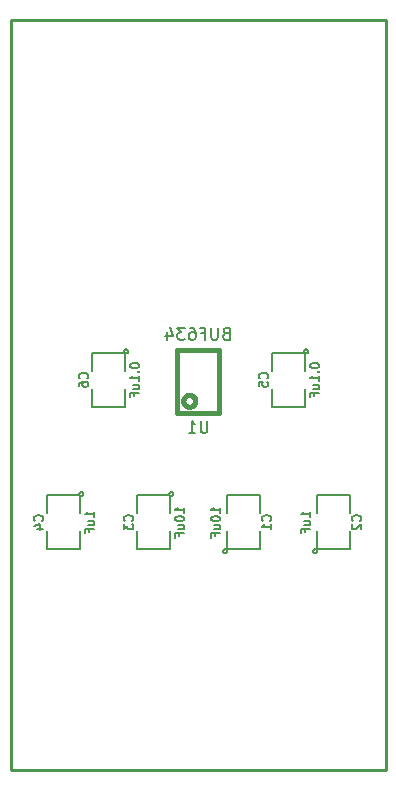
<source format=gbo>
G04 (created by PCBNEW-RS274X (2010-03-14)-final) date Fri 10 Jun 2011 04:11:06 PM PDT*
G01*
G70*
G90*
%MOIN*%
G04 Gerber Fmt 3.4, Leading zero omitted, Abs format*
%FSLAX34Y34*%
G04 APERTURE LIST*
%ADD10C,0.006000*%
%ADD11C,0.009000*%
%ADD12C,0.015000*%
%ADD13C,0.005000*%
%ADD14C,0.006700*%
G04 APERTURE END LIST*
G54D10*
G54D11*
X52250Y-29000D02*
X52250Y-54000D01*
X64750Y-29000D02*
X52250Y-29000D01*
X64750Y-54000D02*
X64750Y-29000D01*
X52250Y-54000D02*
X64750Y-54000D01*
G54D12*
X58400Y-41700D02*
X58396Y-41738D01*
X58384Y-41776D01*
X58366Y-41810D01*
X58341Y-41840D01*
X58311Y-41865D01*
X58277Y-41884D01*
X58240Y-41895D01*
X58201Y-41899D01*
X58163Y-41896D01*
X58126Y-41885D01*
X58091Y-41867D01*
X58061Y-41842D01*
X58035Y-41812D01*
X58017Y-41778D01*
X58005Y-41741D01*
X58001Y-41702D01*
X58004Y-41664D01*
X58015Y-41627D01*
X58032Y-41592D01*
X58057Y-41562D01*
X58086Y-41536D01*
X58120Y-41517D01*
X58158Y-41505D01*
X58196Y-41501D01*
X58234Y-41504D01*
X58272Y-41514D01*
X58307Y-41532D01*
X58337Y-41556D01*
X58363Y-41585D01*
X58382Y-41619D01*
X58395Y-41656D01*
X58399Y-41695D01*
X58400Y-41700D01*
X57800Y-42100D02*
X57800Y-40000D01*
X57800Y-40000D02*
X59200Y-40000D01*
X59200Y-40000D02*
X59200Y-42100D01*
X59200Y-42100D02*
X57800Y-42100D01*
G54D13*
X56170Y-40050D02*
X56168Y-40063D01*
X56164Y-40076D01*
X56158Y-40088D01*
X56149Y-40099D01*
X56139Y-40108D01*
X56127Y-40114D01*
X56114Y-40118D01*
X56100Y-40119D01*
X56087Y-40118D01*
X56074Y-40114D01*
X56062Y-40108D01*
X56052Y-40100D01*
X56043Y-40089D01*
X56036Y-40077D01*
X56032Y-40064D01*
X56031Y-40050D01*
X56032Y-40038D01*
X56035Y-40025D01*
X56042Y-40013D01*
X56050Y-40002D01*
X56061Y-39993D01*
X56072Y-39986D01*
X56085Y-39982D01*
X56099Y-39981D01*
X56112Y-39982D01*
X56125Y-39985D01*
X56137Y-39991D01*
X56148Y-40000D01*
X56157Y-40010D01*
X56163Y-40022D01*
X56168Y-40035D01*
X56169Y-40049D01*
X56170Y-40050D01*
X54950Y-40700D02*
X54950Y-40100D01*
X54950Y-40100D02*
X56050Y-40100D01*
X56050Y-40100D02*
X56050Y-40700D01*
X56050Y-41300D02*
X56050Y-41900D01*
X56050Y-41900D02*
X54950Y-41900D01*
X54950Y-41900D02*
X54950Y-41300D01*
X62170Y-40050D02*
X62168Y-40063D01*
X62164Y-40076D01*
X62158Y-40088D01*
X62149Y-40099D01*
X62139Y-40108D01*
X62127Y-40114D01*
X62114Y-40118D01*
X62100Y-40119D01*
X62087Y-40118D01*
X62074Y-40114D01*
X62062Y-40108D01*
X62052Y-40100D01*
X62043Y-40089D01*
X62036Y-40077D01*
X62032Y-40064D01*
X62031Y-40050D01*
X62032Y-40038D01*
X62035Y-40025D01*
X62042Y-40013D01*
X62050Y-40002D01*
X62061Y-39993D01*
X62072Y-39986D01*
X62085Y-39982D01*
X62099Y-39981D01*
X62112Y-39982D01*
X62125Y-39985D01*
X62137Y-39991D01*
X62148Y-40000D01*
X62157Y-40010D01*
X62163Y-40022D01*
X62168Y-40035D01*
X62169Y-40049D01*
X62170Y-40050D01*
X60950Y-40700D02*
X60950Y-40100D01*
X60950Y-40100D02*
X62050Y-40100D01*
X62050Y-40100D02*
X62050Y-40700D01*
X62050Y-41300D02*
X62050Y-41900D01*
X62050Y-41900D02*
X60950Y-41900D01*
X60950Y-41900D02*
X60950Y-41300D01*
X59470Y-46700D02*
X59468Y-46713D01*
X59464Y-46726D01*
X59458Y-46738D01*
X59449Y-46749D01*
X59439Y-46758D01*
X59427Y-46764D01*
X59414Y-46768D01*
X59400Y-46769D01*
X59387Y-46768D01*
X59374Y-46764D01*
X59362Y-46758D01*
X59352Y-46750D01*
X59343Y-46739D01*
X59336Y-46727D01*
X59332Y-46714D01*
X59331Y-46700D01*
X59332Y-46688D01*
X59335Y-46675D01*
X59342Y-46663D01*
X59350Y-46652D01*
X59361Y-46643D01*
X59372Y-46636D01*
X59385Y-46632D01*
X59399Y-46631D01*
X59412Y-46632D01*
X59425Y-46635D01*
X59437Y-46641D01*
X59448Y-46650D01*
X59457Y-46660D01*
X59463Y-46672D01*
X59468Y-46685D01*
X59469Y-46699D01*
X59470Y-46700D01*
X60550Y-46050D02*
X60550Y-46650D01*
X60550Y-46650D02*
X59450Y-46650D01*
X59450Y-46650D02*
X59450Y-46050D01*
X59450Y-45450D02*
X59450Y-44850D01*
X59450Y-44850D02*
X60550Y-44850D01*
X60550Y-44850D02*
X60550Y-45450D01*
X62470Y-46700D02*
X62468Y-46713D01*
X62464Y-46726D01*
X62458Y-46738D01*
X62449Y-46749D01*
X62439Y-46758D01*
X62427Y-46764D01*
X62414Y-46768D01*
X62400Y-46769D01*
X62387Y-46768D01*
X62374Y-46764D01*
X62362Y-46758D01*
X62352Y-46750D01*
X62343Y-46739D01*
X62336Y-46727D01*
X62332Y-46714D01*
X62331Y-46700D01*
X62332Y-46688D01*
X62335Y-46675D01*
X62342Y-46663D01*
X62350Y-46652D01*
X62361Y-46643D01*
X62372Y-46636D01*
X62385Y-46632D01*
X62399Y-46631D01*
X62412Y-46632D01*
X62425Y-46635D01*
X62437Y-46641D01*
X62448Y-46650D01*
X62457Y-46660D01*
X62463Y-46672D01*
X62468Y-46685D01*
X62469Y-46699D01*
X62470Y-46700D01*
X63550Y-46050D02*
X63550Y-46650D01*
X63550Y-46650D02*
X62450Y-46650D01*
X62450Y-46650D02*
X62450Y-46050D01*
X62450Y-45450D02*
X62450Y-44850D01*
X62450Y-44850D02*
X63550Y-44850D01*
X63550Y-44850D02*
X63550Y-45450D01*
X57670Y-44800D02*
X57668Y-44813D01*
X57664Y-44826D01*
X57658Y-44838D01*
X57649Y-44849D01*
X57639Y-44858D01*
X57627Y-44864D01*
X57614Y-44868D01*
X57600Y-44869D01*
X57587Y-44868D01*
X57574Y-44864D01*
X57562Y-44858D01*
X57552Y-44850D01*
X57543Y-44839D01*
X57536Y-44827D01*
X57532Y-44814D01*
X57531Y-44800D01*
X57532Y-44788D01*
X57535Y-44775D01*
X57542Y-44763D01*
X57550Y-44752D01*
X57561Y-44743D01*
X57572Y-44736D01*
X57585Y-44732D01*
X57599Y-44731D01*
X57612Y-44732D01*
X57625Y-44735D01*
X57637Y-44741D01*
X57648Y-44750D01*
X57657Y-44760D01*
X57663Y-44772D01*
X57668Y-44785D01*
X57669Y-44799D01*
X57670Y-44800D01*
X56450Y-45450D02*
X56450Y-44850D01*
X56450Y-44850D02*
X57550Y-44850D01*
X57550Y-44850D02*
X57550Y-45450D01*
X57550Y-46050D02*
X57550Y-46650D01*
X57550Y-46650D02*
X56450Y-46650D01*
X56450Y-46650D02*
X56450Y-46050D01*
X54670Y-44800D02*
X54668Y-44813D01*
X54664Y-44826D01*
X54658Y-44838D01*
X54649Y-44849D01*
X54639Y-44858D01*
X54627Y-44864D01*
X54614Y-44868D01*
X54600Y-44869D01*
X54587Y-44868D01*
X54574Y-44864D01*
X54562Y-44858D01*
X54552Y-44850D01*
X54543Y-44839D01*
X54536Y-44827D01*
X54532Y-44814D01*
X54531Y-44800D01*
X54532Y-44788D01*
X54535Y-44775D01*
X54542Y-44763D01*
X54550Y-44752D01*
X54561Y-44743D01*
X54572Y-44736D01*
X54585Y-44732D01*
X54599Y-44731D01*
X54612Y-44732D01*
X54625Y-44735D01*
X54637Y-44741D01*
X54648Y-44750D01*
X54657Y-44760D01*
X54663Y-44772D01*
X54668Y-44785D01*
X54669Y-44799D01*
X54670Y-44800D01*
X53450Y-45450D02*
X53450Y-44850D01*
X53450Y-44850D02*
X54550Y-44850D01*
X54550Y-44850D02*
X54550Y-45450D01*
X54550Y-46050D02*
X54550Y-46650D01*
X54550Y-46650D02*
X53450Y-46650D01*
X53450Y-46650D02*
X53450Y-46050D01*
G54D14*
X58805Y-42362D02*
X58805Y-42686D01*
X58786Y-42724D01*
X58767Y-42743D01*
X58729Y-42762D01*
X58652Y-42762D01*
X58614Y-42743D01*
X58595Y-42724D01*
X58576Y-42686D01*
X58576Y-42362D01*
X58176Y-42762D02*
X58405Y-42762D01*
X58291Y-42762D02*
X58291Y-42362D01*
X58329Y-42419D01*
X58367Y-42457D01*
X58405Y-42476D01*
X59423Y-39452D02*
X59366Y-39471D01*
X59347Y-39490D01*
X59328Y-39529D01*
X59328Y-39586D01*
X59347Y-39624D01*
X59366Y-39643D01*
X59404Y-39662D01*
X59557Y-39662D01*
X59557Y-39262D01*
X59423Y-39262D01*
X59385Y-39281D01*
X59366Y-39300D01*
X59347Y-39338D01*
X59347Y-39376D01*
X59366Y-39414D01*
X59385Y-39433D01*
X59423Y-39452D01*
X59557Y-39452D01*
X59157Y-39262D02*
X59157Y-39586D01*
X59138Y-39624D01*
X59119Y-39643D01*
X59081Y-39662D01*
X59004Y-39662D01*
X58966Y-39643D01*
X58947Y-39624D01*
X58928Y-39586D01*
X58928Y-39262D01*
X58604Y-39452D02*
X58738Y-39452D01*
X58738Y-39662D02*
X58738Y-39262D01*
X58547Y-39262D01*
X58223Y-39262D02*
X58300Y-39262D01*
X58338Y-39281D01*
X58357Y-39300D01*
X58395Y-39357D01*
X58414Y-39433D01*
X58414Y-39586D01*
X58395Y-39624D01*
X58376Y-39643D01*
X58338Y-39662D01*
X58261Y-39662D01*
X58223Y-39643D01*
X58204Y-39624D01*
X58185Y-39586D01*
X58185Y-39490D01*
X58204Y-39452D01*
X58223Y-39433D01*
X58261Y-39414D01*
X58338Y-39414D01*
X58376Y-39433D01*
X58395Y-39452D01*
X58414Y-39490D01*
X58052Y-39262D02*
X57804Y-39262D01*
X57938Y-39414D01*
X57880Y-39414D01*
X57842Y-39433D01*
X57823Y-39452D01*
X57804Y-39490D01*
X57804Y-39586D01*
X57823Y-39624D01*
X57842Y-39643D01*
X57880Y-39662D01*
X57995Y-39662D01*
X58033Y-39643D01*
X58052Y-39624D01*
X57461Y-39395D02*
X57461Y-39662D01*
X57557Y-39243D02*
X57652Y-39529D01*
X57404Y-39529D01*
G54D13*
X54793Y-40950D02*
X54807Y-40936D01*
X54821Y-40893D01*
X54821Y-40864D01*
X54807Y-40821D01*
X54779Y-40793D01*
X54750Y-40778D01*
X54693Y-40764D01*
X54650Y-40764D01*
X54593Y-40778D01*
X54564Y-40793D01*
X54536Y-40821D01*
X54521Y-40864D01*
X54521Y-40893D01*
X54536Y-40936D01*
X54550Y-40950D01*
X54521Y-41207D02*
X54521Y-41150D01*
X54536Y-41121D01*
X54550Y-41107D01*
X54593Y-41078D01*
X54650Y-41064D01*
X54764Y-41064D01*
X54793Y-41078D01*
X54807Y-41093D01*
X54821Y-41121D01*
X54821Y-41178D01*
X54807Y-41207D01*
X54793Y-41221D01*
X54764Y-41236D01*
X54693Y-41236D01*
X54664Y-41221D01*
X54650Y-41207D01*
X54636Y-41178D01*
X54636Y-41121D01*
X54650Y-41093D01*
X54664Y-41078D01*
X54693Y-41064D01*
X56221Y-40508D02*
X56221Y-40536D01*
X56236Y-40565D01*
X56250Y-40579D01*
X56279Y-40593D01*
X56336Y-40608D01*
X56407Y-40608D01*
X56464Y-40593D01*
X56493Y-40579D01*
X56507Y-40565D01*
X56521Y-40536D01*
X56521Y-40508D01*
X56507Y-40479D01*
X56493Y-40465D01*
X56464Y-40450D01*
X56407Y-40436D01*
X56336Y-40436D01*
X56279Y-40450D01*
X56250Y-40465D01*
X56236Y-40479D01*
X56221Y-40508D01*
X56493Y-40736D02*
X56507Y-40751D01*
X56521Y-40736D01*
X56507Y-40722D01*
X56493Y-40736D01*
X56521Y-40736D01*
X56521Y-41037D02*
X56521Y-40865D01*
X56521Y-40951D02*
X56221Y-40951D01*
X56264Y-40922D01*
X56293Y-40894D01*
X56307Y-40865D01*
X56321Y-41294D02*
X56521Y-41294D01*
X56321Y-41165D02*
X56479Y-41165D01*
X56507Y-41180D01*
X56521Y-41208D01*
X56521Y-41251D01*
X56507Y-41280D01*
X56493Y-41294D01*
X56364Y-41536D02*
X56364Y-41436D01*
X56521Y-41436D02*
X56221Y-41436D01*
X56221Y-41579D01*
X60793Y-40950D02*
X60807Y-40936D01*
X60821Y-40893D01*
X60821Y-40864D01*
X60807Y-40821D01*
X60779Y-40793D01*
X60750Y-40778D01*
X60693Y-40764D01*
X60650Y-40764D01*
X60593Y-40778D01*
X60564Y-40793D01*
X60536Y-40821D01*
X60521Y-40864D01*
X60521Y-40893D01*
X60536Y-40936D01*
X60550Y-40950D01*
X60521Y-41221D02*
X60521Y-41078D01*
X60664Y-41064D01*
X60650Y-41078D01*
X60636Y-41107D01*
X60636Y-41178D01*
X60650Y-41207D01*
X60664Y-41221D01*
X60693Y-41236D01*
X60764Y-41236D01*
X60793Y-41221D01*
X60807Y-41207D01*
X60821Y-41178D01*
X60821Y-41107D01*
X60807Y-41078D01*
X60793Y-41064D01*
X62221Y-40508D02*
X62221Y-40536D01*
X62236Y-40565D01*
X62250Y-40579D01*
X62279Y-40593D01*
X62336Y-40608D01*
X62407Y-40608D01*
X62464Y-40593D01*
X62493Y-40579D01*
X62507Y-40565D01*
X62521Y-40536D01*
X62521Y-40508D01*
X62507Y-40479D01*
X62493Y-40465D01*
X62464Y-40450D01*
X62407Y-40436D01*
X62336Y-40436D01*
X62279Y-40450D01*
X62250Y-40465D01*
X62236Y-40479D01*
X62221Y-40508D01*
X62493Y-40736D02*
X62507Y-40751D01*
X62521Y-40736D01*
X62507Y-40722D01*
X62493Y-40736D01*
X62521Y-40736D01*
X62521Y-41037D02*
X62521Y-40865D01*
X62521Y-40951D02*
X62221Y-40951D01*
X62264Y-40922D01*
X62293Y-40894D01*
X62307Y-40865D01*
X62321Y-41294D02*
X62521Y-41294D01*
X62321Y-41165D02*
X62479Y-41165D01*
X62507Y-41180D01*
X62521Y-41208D01*
X62521Y-41251D01*
X62507Y-41280D01*
X62493Y-41294D01*
X62364Y-41536D02*
X62364Y-41436D01*
X62521Y-41436D02*
X62221Y-41436D01*
X62221Y-41579D01*
X60893Y-45700D02*
X60907Y-45686D01*
X60921Y-45643D01*
X60921Y-45614D01*
X60907Y-45571D01*
X60879Y-45543D01*
X60850Y-45528D01*
X60793Y-45514D01*
X60750Y-45514D01*
X60693Y-45528D01*
X60664Y-45543D01*
X60636Y-45571D01*
X60621Y-45614D01*
X60621Y-45643D01*
X60636Y-45686D01*
X60650Y-45700D01*
X60921Y-45986D02*
X60921Y-45814D01*
X60921Y-45900D02*
X60621Y-45900D01*
X60664Y-45871D01*
X60693Y-45843D01*
X60707Y-45814D01*
X59221Y-45429D02*
X59221Y-45257D01*
X59221Y-45343D02*
X58921Y-45343D01*
X58964Y-45314D01*
X58993Y-45286D01*
X59007Y-45257D01*
X58921Y-45615D02*
X58921Y-45643D01*
X58936Y-45672D01*
X58950Y-45686D01*
X58979Y-45700D01*
X59036Y-45715D01*
X59107Y-45715D01*
X59164Y-45700D01*
X59193Y-45686D01*
X59207Y-45672D01*
X59221Y-45643D01*
X59221Y-45615D01*
X59207Y-45586D01*
X59193Y-45572D01*
X59164Y-45557D01*
X59107Y-45543D01*
X59036Y-45543D01*
X58979Y-45557D01*
X58950Y-45572D01*
X58936Y-45586D01*
X58921Y-45615D01*
X59021Y-45972D02*
X59221Y-45972D01*
X59021Y-45843D02*
X59179Y-45843D01*
X59207Y-45858D01*
X59221Y-45886D01*
X59221Y-45929D01*
X59207Y-45958D01*
X59193Y-45972D01*
X59064Y-46214D02*
X59064Y-46114D01*
X59221Y-46114D02*
X58921Y-46114D01*
X58921Y-46257D01*
X63893Y-45700D02*
X63907Y-45686D01*
X63921Y-45643D01*
X63921Y-45614D01*
X63907Y-45571D01*
X63879Y-45543D01*
X63850Y-45528D01*
X63793Y-45514D01*
X63750Y-45514D01*
X63693Y-45528D01*
X63664Y-45543D01*
X63636Y-45571D01*
X63621Y-45614D01*
X63621Y-45643D01*
X63636Y-45686D01*
X63650Y-45700D01*
X63650Y-45814D02*
X63636Y-45828D01*
X63621Y-45857D01*
X63621Y-45928D01*
X63636Y-45957D01*
X63650Y-45971D01*
X63679Y-45986D01*
X63707Y-45986D01*
X63750Y-45971D01*
X63921Y-45800D01*
X63921Y-45986D01*
X62221Y-45572D02*
X62221Y-45400D01*
X62221Y-45486D02*
X61921Y-45486D01*
X61964Y-45457D01*
X61993Y-45429D01*
X62007Y-45400D01*
X62021Y-45829D02*
X62221Y-45829D01*
X62021Y-45700D02*
X62179Y-45700D01*
X62207Y-45715D01*
X62221Y-45743D01*
X62221Y-45786D01*
X62207Y-45815D01*
X62193Y-45829D01*
X62064Y-46071D02*
X62064Y-45971D01*
X62221Y-45971D02*
X61921Y-45971D01*
X61921Y-46114D01*
X56293Y-45700D02*
X56307Y-45686D01*
X56321Y-45643D01*
X56321Y-45614D01*
X56307Y-45571D01*
X56279Y-45543D01*
X56250Y-45528D01*
X56193Y-45514D01*
X56150Y-45514D01*
X56093Y-45528D01*
X56064Y-45543D01*
X56036Y-45571D01*
X56021Y-45614D01*
X56021Y-45643D01*
X56036Y-45686D01*
X56050Y-45700D01*
X56021Y-45800D02*
X56021Y-45986D01*
X56136Y-45886D01*
X56136Y-45928D01*
X56150Y-45957D01*
X56164Y-45971D01*
X56193Y-45986D01*
X56264Y-45986D01*
X56293Y-45971D01*
X56307Y-45957D01*
X56321Y-45928D01*
X56321Y-45843D01*
X56307Y-45814D01*
X56293Y-45800D01*
X58021Y-45429D02*
X58021Y-45257D01*
X58021Y-45343D02*
X57721Y-45343D01*
X57764Y-45314D01*
X57793Y-45286D01*
X57807Y-45257D01*
X57721Y-45615D02*
X57721Y-45643D01*
X57736Y-45672D01*
X57750Y-45686D01*
X57779Y-45700D01*
X57836Y-45715D01*
X57907Y-45715D01*
X57964Y-45700D01*
X57993Y-45686D01*
X58007Y-45672D01*
X58021Y-45643D01*
X58021Y-45615D01*
X58007Y-45586D01*
X57993Y-45572D01*
X57964Y-45557D01*
X57907Y-45543D01*
X57836Y-45543D01*
X57779Y-45557D01*
X57750Y-45572D01*
X57736Y-45586D01*
X57721Y-45615D01*
X57821Y-45972D02*
X58021Y-45972D01*
X57821Y-45843D02*
X57979Y-45843D01*
X58007Y-45858D01*
X58021Y-45886D01*
X58021Y-45929D01*
X58007Y-45958D01*
X57993Y-45972D01*
X57864Y-46214D02*
X57864Y-46114D01*
X58021Y-46114D02*
X57721Y-46114D01*
X57721Y-46257D01*
X53293Y-45700D02*
X53307Y-45686D01*
X53321Y-45643D01*
X53321Y-45614D01*
X53307Y-45571D01*
X53279Y-45543D01*
X53250Y-45528D01*
X53193Y-45514D01*
X53150Y-45514D01*
X53093Y-45528D01*
X53064Y-45543D01*
X53036Y-45571D01*
X53021Y-45614D01*
X53021Y-45643D01*
X53036Y-45686D01*
X53050Y-45700D01*
X53121Y-45957D02*
X53321Y-45957D01*
X53007Y-45886D02*
X53221Y-45814D01*
X53221Y-46000D01*
X55021Y-45572D02*
X55021Y-45400D01*
X55021Y-45486D02*
X54721Y-45486D01*
X54764Y-45457D01*
X54793Y-45429D01*
X54807Y-45400D01*
X54821Y-45829D02*
X55021Y-45829D01*
X54821Y-45700D02*
X54979Y-45700D01*
X55007Y-45715D01*
X55021Y-45743D01*
X55021Y-45786D01*
X55007Y-45815D01*
X54993Y-45829D01*
X54864Y-46071D02*
X54864Y-45971D01*
X55021Y-45971D02*
X54721Y-45971D01*
X54721Y-46114D01*
M02*

</source>
